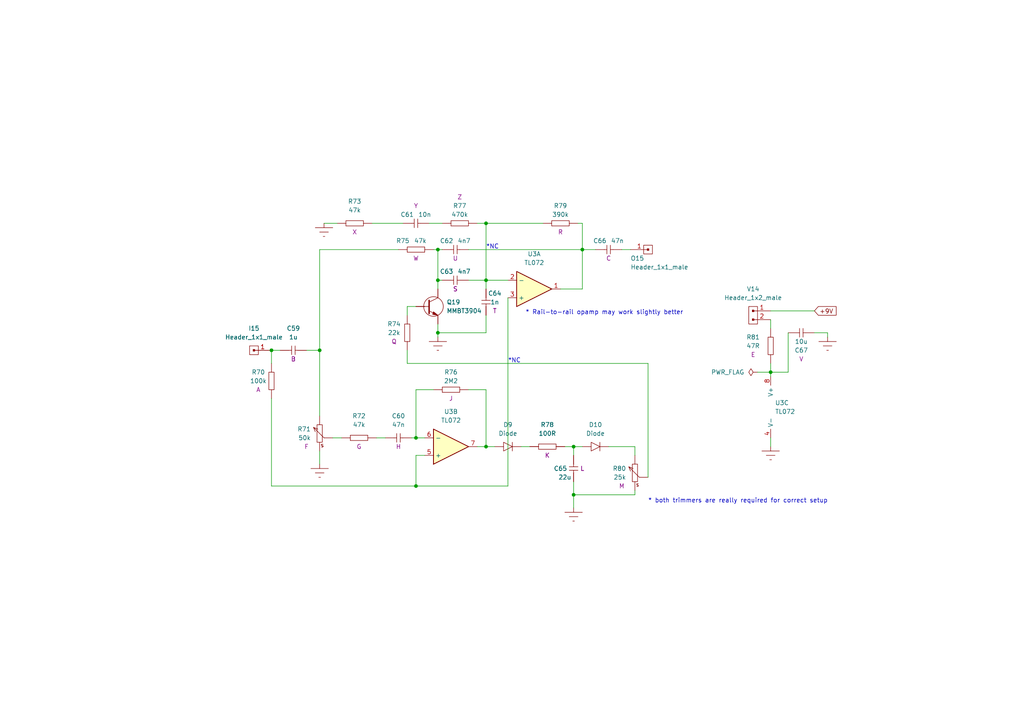
<source format=kicad_sch>
(kicad_sch (version 20211123) (generator eeschema)
  (paper "A4")
  (title_block (title "Autowah") (date "2024-04-26") (rev "1") (company "https://github.com/dvhx/ultimate-soldering-exercise"))
  (lib_symbols
    (symbol "dvhx-kicad-library:C" (pin_numbers hide) (pin_names hide)
      (property "Reference" "C" (at 2.286 1.016 0))
      (property "Value" "C" (at 2.286 -1.27 0))
      (symbol "C_0_1"
        (polyline (pts (xy 0 -0.508) (xy 0 -1.27)))
        (polyline (pts (xy 0 1.27) (xy 0 0.508)))
        (polyline (pts (xy 1.27 -0.508) (xy -1.27 -0.508)))
        (polyline (pts (xy 1.27 0.508) (xy -1.27 0.508)))
      )
      (symbol "C_1_1"
        (pin passive line (at 0 3.81 270) (length 2.54) (name "1") (number "1"))
        (pin passive line (at 0 -3.81 90) (length 2.54) (name "2") (number "2"))
      )
    )
    (symbol "dvhx-kicad-library:Diode" (pin_numbers hide) (pin_names hide)
      (property "Reference" "D" (at 0 2.54 0))
      (property "Value" "Diode" (at 0 5.08 0))
      (symbol "Diode_0_1"
        (polyline (pts (xy 1.27 1.27) (xy 1.27 -1.27)))
        (polyline (pts (xy 1.27 0) (xy -1.27 1.27) (xy -1.27 -1.27) (xy 1.27 0)))
      )
      (symbol "Diode_1_1"
        (pin passive line (at -3.81 0 0) (length 2.54) (name "A") (number "A"))
        (pin passive line (at 3.81 0 180) (length 2.54) (name "K") (number "K"))
      )
    )
    (symbol "dvhx-kicad-library:GND" (power) (pin_numbers hide) (pin_names hide)
      (symbol "GND_0_1"
        (polyline (pts (xy -2.54 -1.27) (xy 2.54 -1.27)))
        (polyline (pts (xy -1.27 -2.54) (xy 1.27 -2.54)))
        (polyline (pts (xy -0.254 -3.81) (xy 0.254 -3.81)))
      )
      (symbol "GND_1_1"
        (pin power_in line (at 0 0 270) (length 1.27) (name "GND") (number "GND"))
      )
    )
    (symbol "dvhx-kicad-library:Header_1x1_male" (pin_names hide)
      (property "Reference" "J" (at -0.254 2.286 0))
      (property "Value" "Header_1x1_male" (at 0 4.191 0))
      (symbol "Header_1x1_male_0_1"
        (rectangle (start -1.27 1.27) (end 1.27 -1.27))
        (rectangle (start -0.254 0.254) (end 0.254 -0.254) (fill (type outline)))
      )
      (symbol "Header_1x1_male_1_1"
        (pin passive line (at -5.08 0 0) (length 5.08) (name "1") (number "1"))
      )
    )
    (symbol "dvhx-kicad-library:Header_1x2_male" (pin_names hide)
      (property "Reference" "J" (at -0.254 2.286 0))
      (property "Value" "Header_1x2_male" (at 0 4.191 0))
      (symbol "Header_1x2_male_0_1"
        (rectangle (start -1.27 1.27) (end 1.27 -3.81))
        (rectangle (start -0.254 -2.286) (end 0.254 -2.794) (fill (type outline)))
        (rectangle (start -0.254 0.254) (end 0.254 -0.254) (fill (type outline)))
      )
      (symbol "Header_1x2_male_1_1"
        (pin passive line (at -5.08 0 0) (length 5.08) (name "1") (number "1"))
        (pin passive line (at -5.08 -2.54 0) (length 5.08) (name "2") (number "2"))
      )
    )
    (symbol "dvhx-kicad-library:NPN" (pin_numbers hide) (pin_names hide)
      (property "Reference" "Q" (at 2.54 1.016 0))
      (property "Value" "NPN" (at 3.81 -1.016 0))
      (symbol "NPN_0_1"
        (circle (center -1.27 0) (radius 2.8398))
        (polyline (pts (xy -3.81 0) (xy -2.54 0)))
        (polyline (pts (xy -2.54 1.778) (xy -2.54 -2.032)) (stroke (width 0.4)))
        (polyline (pts (xy 0 -2.54) (xy -2.54 -1.27)))
        (polyline (pts (xy 0 2.54) (xy -2.54 1.27)))
        (polyline (pts (xy 0 -2.54) (xy -1.524 -2.286) (xy -1.27 -1.524) (xy 0 -2.54)) (fill (type outline)))
      )
      (symbol "NPN_1_1"
        (pin input line (at -6.35 0 0) (length 2.54) (name "B") (number "B"))
        (pin passive line (at 0 5.08 270) (length 2.54) (name "C") (number "C"))
        (pin passive line (at 0 -5.08 90) (length 2.54) (name "E") (number "E"))
      )
    )
    (symbol "dvhx-kicad-library:Opamp_dual"
      (property "Reference" "U" (at 3.048 8.89 0))
      (property "Value" "Opamp_dual" (at 8.128 10.922 0))
      (symbol "Opamp_dual_1_1"
        (polyline (pts (xy -3.81 5.08) (xy 6.35 0) (xy -3.81 -5.08) (xy -3.81 5.08)) (stroke (width 0.254)) (fill (type background)))
        (pin output line (at 8.89 0 180) (length 2.54) (name "~") (number "1"))
        (pin input line (at -6.35 -2.54 0) (length 2.54) (name "-") (number "2"))
        (pin input line (at -6.35 2.54 0) (length 2.54) (name "+") (number "3"))
      )
      (symbol "Opamp_dual_2_1"
        (polyline (pts (xy -3.81 5.08) (xy 6.35 0) (xy -3.81 -5.08) (xy -3.81 5.08)) (stroke (width 0.254)) (fill (type background)))
        (pin input line (at -6.35 2.54 0) (length 2.54) (name "+") (number "5"))
        (pin input line (at -6.35 -2.54 0) (length 2.54) (name "-") (number "6"))
        (pin output line (at 8.89 0 180) (length 2.54) (name "~") (number "7"))
      )
      (symbol "Opamp_dual_3_1"
        (pin power_in line (at 0 -7.62 90) (length 2.54) (name "V-") (number "4"))
        (pin power_in line (at 0 10.16 270) (length 2.54) (name "V+") (number "8"))
      )
    )
    (symbol "dvhx-kicad-library:Potentiometer" (pin_numbers hide) (pin_names hide)
      (property "Reference" "P" (at 2.032 1.016 0))
      (property "Value" "Potentiometer" (at 2.032 -1.016 0))
      (symbol "Potentiometer_0_0"
        (text "S" (at -0.762 -3.556 0) (effects (font (size 0.8 0.8))))
      )
      (symbol "Potentiometer_0_1"
        (polyline (pts (xy 1.778 1.778) (xy 0.508 1.27)))
        (polyline (pts (xy -1.27 -1.27) (xy 1.778 1.778) (xy 1.27 0.508)))
        (polyline (pts (xy -0.762 2.54) (xy 0.762 2.54) (xy 0.762 -2.54) (xy -0.762 -2.54) (xy -0.762 2.54)))
      )
      (symbol "Potentiometer_1_1"
        (pin passive line (at 0 5.08 270) (length 2.54) (name "E") (number "E"))
        (pin passive line (at 0 -5.08 90) (length 2.54) (name "S") (number "S"))
        (pin passive line (at -3.81 -1.27 0) (length 2.54) (name "W") (number "W"))
      )
    )
    (symbol "dvhx-kicad-library:R" (pin_numbers hide) (pin_names hide)
      (property "Reference" "R" (at 2.032 1.016 0))
      (property "Value" "R" (at 2.032 -1.016 0))
      (symbol "R_0_1"
        (polyline (pts (xy -0.762 2.54) (xy 0.762 2.54) (xy 0.762 -2.54) (xy -0.762 -2.54) (xy -0.762 2.54)))
      )
      (symbol "R_1_1"
        (pin passive line (at 0 5.08 270) (length 2.54) (name "1") (number "1"))
        (pin passive line (at 0 -5.08 90) (length 2.54) (name "2") (number "2"))
      )
    )
    (symbol "power:PWR_FLAG" (power) (pin_numbers hide) (pin_names (offset 0) hide)
      (property "Value" "PWR_FLAG" (at 0 3.81 0))
      (symbol "PWR_FLAG_0_0"
        (pin power_out line (at 0 0 90) (length 0) (name "pwr") (number "1"))
      )
      (symbol "PWR_FLAG_0_1"
        (polyline (pts (xy 0 0) (xy 0 1.27) (xy -1.016 1.905) (xy 0 2.54) (xy 1.016 1.905) (xy 0 1.27)))
      )
    )
  )
  (junction (at 140.97 81.28))
  (junction (at 127 81.28))
  (junction (at 223.52 107.95))
  (junction (at 166.37 129.54))
  (junction (at 120.65 127))
  (junction (at 140.97 64.77))
  (junction (at 92.71 101.6))
  (junction (at 127 72.39))
  (junction (at 166.37 143.51))
  (junction (at 168.91 72.39))
  (junction (at 78.74 101.6))
  (junction (at 120.65 140.97))
  (junction (at 140.97 129.54))
  (junction (at 127 96.52))
  (wire (pts (xy 128.27 72.39) (xy 127 72.39)))
  (wire (pts (xy 78.74 140.97) (xy 120.65 140.97)))
  (wire (pts (xy 167.64 64.77) (xy 168.91 64.77)))
  (wire (pts (xy 92.71 120.65) (xy 92.71 101.6)))
  (wire (pts (xy 135.89 81.28) (xy 140.97 81.28)))
  (wire (pts (xy 107.95 64.77) (xy 116.84 64.77)))
  (wire (pts (xy 184.15 129.54) (xy 184.15 132.08)))
  (wire (pts (xy 140.97 91.44) (xy 140.97 96.52)))
  (wire (pts (xy 151.13 129.54) (xy 153.67 129.54)))
  (wire (pts (xy 120.65 113.03) (xy 120.65 127)))
  (wire (pts (xy 127 96.52) (xy 127 97.79)))
  (wire (pts (xy 176.53 129.54) (xy 184.15 129.54)))
  (wire (pts (xy 228.6 96.52) (xy 228.6 107.95)))
  (wire (pts (xy 127 72.39) (xy 127 81.28)))
  (wire (pts (xy 135.89 72.39) (xy 168.91 72.39)))
  (wire (pts (xy 184.15 143.51) (xy 166.37 143.51)))
  (wire (pts (xy 125.73 113.03) (xy 120.65 113.03)))
  (wire (pts (xy 140.97 81.28) (xy 140.97 83.82)))
  (wire (pts (xy 120.65 140.97) (xy 147.32 140.97)))
  (wire (pts (xy 118.11 91.44) (xy 118.11 88.9)))
  (wire (pts (xy 223.52 107.95) (xy 228.6 107.95)))
  (wire (pts (xy 162.56 83.82) (xy 168.91 83.82)))
  (wire (pts (xy 127 81.28) (xy 128.27 81.28)))
  (wire (pts (xy 118.11 101.6) (xy 118.11 105.41)))
  (wire (pts (xy 120.65 140.97) (xy 120.65 132.08)))
  (wire (pts (xy 127 93.98) (xy 127 96.52)))
  (wire (pts (xy 166.37 129.54) (xy 166.37 132.08)))
  (wire (pts (xy 115.57 72.39) (xy 92.71 72.39)))
  (wire (pts (xy 140.97 129.54) (xy 143.51 129.54)))
  (wire (pts (xy 236.22 90.17) (xy 223.52 90.17)))
  (wire (pts (xy 168.91 72.39) (xy 168.91 83.82)))
  (wire (pts (xy 223.52 105.41) (xy 223.52 107.95)))
  (wire (pts (xy 140.97 113.03) (xy 140.97 129.54)))
  (wire (pts (xy 223.52 107.95) (xy 223.52 109.22)))
  (wire (pts (xy 157.48 64.77) (xy 140.97 64.77)))
  (wire (pts (xy 127 96.52) (xy 140.97 96.52)))
  (wire (pts (xy 125.73 72.39) (xy 127 72.39)))
  (wire (pts (xy 219.71 107.95) (xy 223.52 107.95)))
  (wire (pts (xy 140.97 64.77) (xy 140.97 81.28)))
  (wire (pts (xy 168.91 64.77) (xy 168.91 72.39)))
  (wire (pts (xy 163.83 129.54) (xy 166.37 129.54)))
  (wire (pts (xy 236.22 96.52) (xy 240.03 96.52)))
  (wire (pts (xy 118.11 88.9) (xy 120.65 88.9)))
  (wire (pts (xy 120.65 132.08) (xy 123.19 132.08)))
  (wire (pts (xy 124.46 64.77) (xy 128.27 64.77)))
  (wire (pts (xy 127 83.82) (xy 127 81.28)))
  (wire (pts (xy 96.52 127) (xy 99.06 127)))
  (wire (pts (xy 135.89 113.03) (xy 140.97 113.03)))
  (wire (pts (xy 168.91 72.39) (xy 172.72 72.39)))
  (wire (pts (xy 180.34 72.39) (xy 182.88 72.39)))
  (wire (pts (xy 78.74 101.6) (xy 81.28 101.6)))
  (wire (pts (xy 187.96 138.43) (xy 187.96 105.41)))
  (wire (pts (xy 223.52 92.71) (xy 223.52 95.25)))
  (wire (pts (xy 92.71 130.81) (xy 92.71 134.62)))
  (wire (pts (xy 92.71 101.6) (xy 88.9 101.6)))
  (wire (pts (xy 120.65 127) (xy 123.19 127)))
  (wire (pts (xy 166.37 143.51) (xy 166.37 147.32)))
  (wire (pts (xy 92.71 72.39) (xy 92.71 101.6)))
  (wire (pts (xy 240.03 96.52) (xy 240.03 97.79)))
  (wire (pts (xy 166.37 139.7) (xy 166.37 143.51)))
  (wire (pts (xy 109.22 127) (xy 111.76 127)))
  (wire (pts (xy 147.32 86.36) (xy 147.32 140.97)))
  (wire (pts (xy 140.97 81.28) (xy 147.32 81.28)))
  (wire (pts (xy 78.74 101.6) (xy 78.74 105.41)))
  (wire (pts (xy 184.15 142.24) (xy 184.15 143.51)))
  (wire (pts (xy 119.38 127) (xy 120.65 127)))
  (wire (pts (xy 140.97 129.54) (xy 138.43 129.54)))
  (wire (pts (xy 223.52 127) (xy 223.52 129.54)))
  (wire (pts (xy 97.79 64.77) (xy 93.98 64.77)))
  (wire (pts (xy 138.43 64.77) (xy 140.97 64.77)))
  (wire (pts (xy 187.96 105.41) (xy 118.11 105.41)))
  (wire (pts (xy 78.74 115.57) (xy 78.74 140.97)))
  (wire (pts (xy 166.37 129.54) (xy 168.91 129.54)))
  (text "* Rail-to-rail opamp may work slightly better" (at 152.4 91.44 0) (effects (font (size 1.27 1.27)) (justify left bottom)))
  (text "* both trimmers are really required for correct setup" (at 187.96 146.05 0) (effects (font (size 1.27 1.27)) (justify left bottom)))
  (text "*NC" (at 140.97 72.39 0) (effects (font (size 1.27 1.27)) (justify left bottom)))
  (text "*NC" (at 147.32 105.41 0) (effects (font (size 1.27 1.27)) (justify left bottom)))
  (global_label "+9V" (shape input) (at 236.22 90.17 0) (property "Intersheet References" "${INTERSHEET_REFS}" (effects hide)))
  (symbol (lib_id "dvhx-kicad-library:GND") (at 166.37 147.32 0) (unit 1)
    (property "Reference" "#GND0102" (effects hide))
    (property "Value" "GND" (effects hide))
  )
  (symbol (lib_id "dvhx-kicad-library:R") (at 130.81 113.03 90) (unit 1)
    (property "Reference" "R76" (at 130.81 107.95 90))
    (property "Value" "2M2" (at 130.81 110.49 90))
    (property "Footprint" "dvhx-kicad-library:Resistor_0805" (effects hide))
    (property "Field4" "J" (at 130.81 115.57 90))
  )
  (symbol (lib_id "dvhx-kicad-library:R") (at 133.35 64.77 90) (unit 1)
    (property "Reference" "R77" (at 133.35 59.69 90))
    (property "Value" "470k" (at 133.35 62.23 90))
    (property "Footprint" "dvhx-kicad-library:Resistor_0805" (effects hide))
    (property "Field4" "Z" (at 133.35 57.15 90))
  )
  (symbol (lib_id "dvhx-kicad-library:C") (at 85.09 101.6 90) (unit 1)
    (property "Reference" "C59" (at 85.09 95.25 90))
    (property "Value" "1u" (at 85.09 97.79 90))
    (property "Footprint" "dvhx-kicad-library:Capacitor_0805" (effects hide))
    (property "Field4" "B" (at 85.09 104.14 90))
  )
  (symbol (lib_id "dvhx-kicad-library:R") (at 102.87 64.77 90) (unit 1)
    (property "Reference" "R73" (at 102.87 58.42 90))
    (property "Value" "47k" (at 102.87 60.96 90))
    (property "Footprint" "dvhx-kicad-library:Resistor_0805" (effects hide))
    (property "Field4" "X" (at 102.87 67.31 90))
  )
  (symbol (lib_id "dvhx-kicad-library:GND") (at 240.03 97.79 0) (unit 1)
    (property "Reference" "#GND0106" (effects hide))
    (property "Value" "GND" (effects hide))
  )
  (symbol (lib_id "power:PWR_FLAG") (at 219.71 107.95 90) (unit 1)
    (property "Reference" "#FLG04" (effects hide))
    (property "Value" "PWR_FLAG" (at 215.9 107.9499 90) (effects (justify left)))
  )
  (symbol (lib_id "dvhx-kicad-library:R") (at 158.75 129.54 90) (unit 1)
    (property "Reference" "R78" (at 158.75 123.19 90))
    (property "Value" "100R" (at 158.75 125.73 90))
    (property "Footprint" "dvhx-kicad-library:Resistor_0805" (effects hide))
    (property "Field4" "K" (at 158.75 132.08 90))
  )
  (symbol (lib_id "dvhx-kicad-library:Potentiometer") (at 92.71 125.73 0) (mirror y) (unit 1)
    (property "Reference" "R71" (at 90.17 124.4599 0) (effects (justify left)))
    (property "Value" "50k" (at 90.17 126.9999 0) (effects (justify left)))
    (property "Footprint" "dvhx-kicad-library:Resistor_trimmer_RM065" (effects hide))
    (property "Field4" "F" (at 88.9 129.54 0))
  )
  (symbol (lib_id "dvhx-kicad-library:C") (at 132.08 72.39 90) (unit 1)
    (property "Reference" "C62" (at 129.54 69.85 90))
    (property "Value" "4n7" (at 134.62 69.85 90))
    (property "Footprint" "dvhx-kicad-library:Capacitor_0805" (effects hide))
    (property "Field4" "U" (at 132.08 74.93 90))
  )
  (symbol (lib_id "dvhx-kicad-library:C") (at 232.41 96.52 270) (unit 1)
    (property "Reference" "C67" (at 232.41 101.6 90))
    (property "Value" "10u" (at 232.41 99.06 90))
    (property "Footprint" "dvhx-kicad-library:Capacitor_0805" (effects hide))
    (property "Field4" "V" (at 232.41 104.14 90))
  )
  (symbol (lib_id "dvhx-kicad-library:R") (at 223.52 100.33 180) (unit 1)
    (property "Reference" "R81" (at 218.44 97.79 0))
    (property "Value" "47R" (at 218.44 100.33 0))
    (property "Footprint" "dvhx-kicad-library:Resistor_0805" (effects hide))
    (property "Field4" "E" (at 218.44 102.87 0))
  )
  (symbol (lib_id "dvhx-kicad-library:Header_1x1_male") (at 187.96 72.39 0) (unit 1)
    (property "Reference" "O15" (at 182.88 74.93 0) (effects (justify left)))
    (property "Value" "Header_1x1_male" (at 182.88 77.47 0) (effects (justify left)))
    (property "Footprint" "dvhx-kicad-library:Header_1x1_male_upright" (effects hide))
  )
  (symbol (lib_id "dvhx-kicad-library:Header_1x1_male") (at 73.66 101.6 180) (unit 1)
    (property "Reference" "I15" (at 73.66 95.25 0))
    (property "Value" "Header_1x1_male" (at 73.66 97.79 0))
    (property "Footprint" "dvhx-kicad-library:Header_1x1_male_upright" (effects hide))
  )
  (symbol (lib_id "dvhx-kicad-library:R") (at 78.74 110.49 180) (unit 1)
    (property "Reference" "R70" (at 74.93 107.95 0))
    (property "Value" "100k" (at 74.93 110.49 0))
    (property "Footprint" "dvhx-kicad-library:Resistor_0805" (effects hide))
    (property "Field4" "A" (at 74.93 113.03 0))
  )
  (symbol (lib_id "dvhx-kicad-library:Diode") (at 172.72 129.54 0) (unit 1)
    (property "Reference" "D10" (at 172.72 123.19 0))
    (property "Value" "Diode" (at 172.72 125.73 0))
    (property "Footprint" "dvhx-kicad-library:Diode_SOD-123" (effects hide))
  )
  (symbol (lib_id "dvhx-kicad-library:Header_1x2_male") (at 218.44 90.17 0) (mirror y) (unit 1)
    (property "Reference" "V14" (at 218.44 83.82 0))
    (property "Value" "Header_1x2_male" (at 218.44 86.36 0))
    (property "Footprint" "dvhx-kicad-library:Header_1x2_male_upright" (effects hide))
  )
  (symbol (lib_id "dvhx-kicad-library:C") (at 140.97 87.63 180) (unit 1)
    (property "Reference" "C64" (at 143.51 85.09 0))
    (property "Value" "1n" (at 143.51 87.63 0))
    (property "Footprint" "dvhx-kicad-library:Capacitor_0805" (effects hide))
    (property "Field4" "T" (at 143.51 90.17 0))
  )
  (symbol (lib_id "dvhx-kicad-library:C") (at 115.57 127 90) (unit 1)
    (property "Reference" "C60" (at 115.57 120.65 90))
    (property "Value" "47n" (at 115.57 123.19 90))
    (property "Footprint" "dvhx-kicad-library:Capacitor_0805" (effects hide))
    (property "Field4" "H" (at 115.57 129.54 90))
  )
  (symbol (lib_id "dvhx-kicad-library:C") (at 132.08 81.28 90) (unit 1)
    (property "Reference" "C63" (at 129.54 78.74 90))
    (property "Value" "4n7" (at 134.62 78.74 90))
    (property "Footprint" "dvhx-kicad-library:Capacitor_0805" (effects hide))
    (property "Field4" "S" (at 132.08 83.82 90))
  )
  (symbol (lib_id "dvhx-kicad-library:R") (at 120.65 72.39 90) (unit 1)
    (property "Reference" "R75" (at 116.84 69.85 90))
    (property "Value" "47k" (at 121.92 69.85 90))
    (property "Footprint" "dvhx-kicad-library:Resistor_0805" (effects hide))
    (property "Field4" "W" (at 120.65 74.93 90))
  )
  (symbol (lib_id "dvhx-kicad-library:C") (at 166.37 135.89 180) (unit 1)
    (property "Reference" "C65" (at 162.56 135.89 0))
    (property "Value" "22u" (at 163.83 138.43 0))
    (property "Footprint" "dvhx-kicad-library:Capacitor_0805" (effects hide))
    (property "Field4" "L" (at 168.91 135.89 0))
  )
  (symbol (lib_id "dvhx-kicad-library:Opamp_dual") (at 129.54 129.54 0) (mirror x) (unit 2)
    (property "Reference" "U3" (at 130.81 119.38 0))
    (property "Value" "TL072" (at 130.81 121.92 0))
    (property "Footprint" "dvhx-kicad-library:SOIC-8" (effects hide))
  )
  (symbol (lib_id "dvhx-kicad-library:R") (at 104.14 127 90) (unit 1)
    (property "Reference" "R72" (at 104.14 120.65 90))
    (property "Value" "47k" (at 104.14 123.19 90))
    (property "Footprint" "dvhx-kicad-library:Resistor_0805" (effects hide))
    (property "Field4" "G" (at 104.14 129.54 90))
  )
  (symbol (lib_id "dvhx-kicad-library:R") (at 118.11 96.52 180) (unit 1)
    (property "Reference" "R74" (at 114.3 93.98 0))
    (property "Value" "22k" (at 114.3 96.52 0))
    (property "Footprint" "dvhx-kicad-library:Resistor_0805" (effects hide))
    (property "Field4" "Q" (at 114.3 99.06 0))
  )
  (symbol (lib_id "dvhx-kicad-library:GND") (at 223.52 129.54 0) (unit 1)
    (property "Reference" "#GND0103" (effects hide))
    (property "Value" "GND" (effects hide))
  )
  (symbol (lib_id "dvhx-kicad-library:Potentiometer") (at 184.15 137.16 0) (mirror y) (unit 1)
    (property "Reference" "R80" (at 181.61 135.8899 0) (effects (justify left)))
    (property "Value" "25k" (at 181.61 138.4299 0) (effects (justify left)))
    (property "Footprint" "dvhx-kicad-library:Resistor_trimmer_RM065" (effects hide))
    (property "Field4" "M" (at 180.34 140.97 0))
  )
  (symbol (lib_id "dvhx-kicad-library:GND") (at 92.71 134.62 0) (unit 1)
    (property "Reference" "#GND0105" (effects hide))
    (property "Value" "GND" (effects hide))
  )
  (symbol (lib_id "dvhx-kicad-library:GND") (at 127 97.79 0) (unit 1)
    (property "Reference" "#GND0107" (effects hide))
    (property "Value" "GND" (effects hide))
  )
  (symbol (lib_id "dvhx-kicad-library:C") (at 176.53 72.39 90) (unit 1)
    (property "Reference" "C66" (at 173.99 69.85 90))
    (property "Value" "47n" (at 179.07 69.85 90))
    (property "Footprint" "dvhx-kicad-library:Capacitor_0805" (effects hide))
    (property "Field4" "C" (at 176.53 74.93 90))
  )
  (symbol (lib_id "dvhx-kicad-library:R") (at 162.56 64.77 90) (unit 1)
    (property "Reference" "R79" (at 162.56 59.69 90))
    (property "Value" "390k" (at 162.56 62.23 90))
    (property "Footprint" "dvhx-kicad-library:Resistor_0805" (effects hide))
    (property "Field4" "R" (at 162.56 67.31 90))
  )
  (symbol (lib_id "dvhx-kicad-library:C") (at 120.65 64.77 90) (unit 1)
    (property "Reference" "C61" (at 118.11 62.23 90))
    (property "Value" "10n" (at 123.19 62.23 90))
    (property "Footprint" "dvhx-kicad-library:Capacitor_0805" (effects hide))
    (property "Field4" "Y" (at 120.65 59.69 90))
  )
  (symbol (lib_id "dvhx-kicad-library:NPN") (at 127 88.9 0) (unit 1)
    (property "Reference" "Q19" (at 129.54 87.6299 0) (effects (justify left)))
    (property "Value" "MMBT3904" (at 129.54 90.1699 0) (effects (justify left)))
    (property "Footprint" "dvhx-kicad-library:SOT23-BEC" (effects hide))
  )
  (symbol (lib_id "dvhx-kicad-library:Diode") (at 147.32 129.54 0) (unit 1)
    (property "Reference" "D9" (at 147.32 123.19 0))
    (property "Value" "Diode" (at 147.32 125.73 0))
    (property "Footprint" "dvhx-kicad-library:Diode_SOD-123" (effects hide))
  )
  (symbol (lib_id "dvhx-kicad-library:Opamp_dual") (at 223.52 119.38 0) (unit 3)
    (property "Reference" "U3" (at 224.79 116.8399 0) (effects (justify left)))
    (property "Value" "TL072" (at 224.79 119.3799 0) (effects (justify left)))
    (property "Footprint" "dvhx-kicad-library:SOIC-8" (effects hide))
  )
  (symbol (lib_id "dvhx-kicad-library:Opamp_dual") (at 153.67 83.82 0) (mirror x) (unit 1)
    (property "Reference" "U3" (at 154.94 73.66 0))
    (property "Value" "TL072" (at 154.94 76.2 0))
    (property "Footprint" "dvhx-kicad-library:SOIC-8" (effects hide))
  )
  (symbol (lib_id "dvhx-kicad-library:GND") (at 93.98 64.77 0) (unit 1)
    (property "Reference" "#GND0104" (effects hide))
    (property "Value" "GND" (effects hide))
  )
)
</source>
